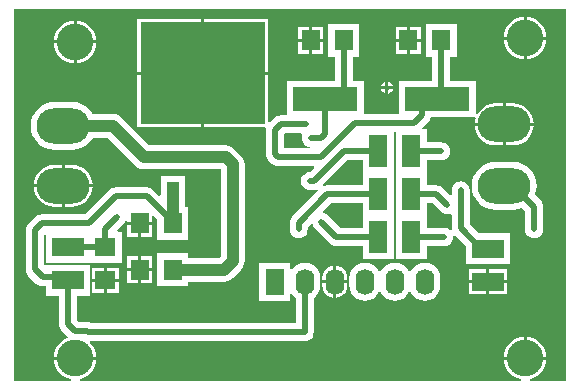
<source format=gbl>
G04*
G04 #@! TF.GenerationSoftware,Altium Limited,Altium Designer,19.0.12 (326)*
G04*
G04 Layer_Physical_Order=2*
G04 Layer_Color=16711680*
%FSLAX25Y25*%
%MOIN*%
G70*
G01*
G75*
%ADD26C,0.02000*%
%ADD27O,0.06299X0.08661*%
%ADD28R,0.06299X0.08661*%
%ADD29C,0.02000*%
%ADD30C,0.12205*%
%ADD31R,0.41732X0.33858*%
%ADD32R,0.03937X0.08268*%
%ADD33O,0.17717X0.11811*%
%ADD34R,0.21654X0.07874*%
%ADD35R,0.06299X0.10630*%
%ADD36R,0.06299X0.07087*%
%ADD37R,0.10630X0.06299*%
%ADD38R,0.07087X0.06299*%
%ADD39C,0.04000*%
G36*
X276974Y373026D02*
X265051D01*
X264976Y373526D01*
X266231Y373906D01*
X267465Y374566D01*
X268546Y375454D01*
X269434Y376535D01*
X270093Y377769D01*
X270500Y379108D01*
X270587Y380000D01*
X256413D01*
X256500Y379108D01*
X256907Y377769D01*
X257566Y376535D01*
X258454Y375454D01*
X259535Y374566D01*
X260769Y373906D01*
X262024Y373526D01*
X261949Y373026D01*
X115050D01*
X114976Y373526D01*
X116231Y373906D01*
X117465Y374566D01*
X118546Y375454D01*
X119434Y376535D01*
X120094Y377769D01*
X120500Y379108D01*
X120588Y380000D01*
X106412D01*
X106500Y379108D01*
X106906Y377769D01*
X107566Y376535D01*
X108454Y375454D01*
X109535Y374566D01*
X110769Y373906D01*
X112024Y373526D01*
X111950Y373026D01*
X93026D01*
Y496974D01*
X276974D01*
Y373026D01*
D02*
G37*
%LPC*%
G36*
X264000Y494287D02*
Y487700D01*
X270587D01*
X270500Y488592D01*
X270093Y489931D01*
X269434Y491165D01*
X268546Y492246D01*
X267465Y493134D01*
X266231Y493793D01*
X264892Y494200D01*
X264000Y494287D01*
D02*
G37*
G36*
X263000D02*
X262108Y494200D01*
X260769Y493793D01*
X259535Y493134D01*
X258454Y492246D01*
X257566Y491165D01*
X256907Y489931D01*
X256500Y488592D01*
X256413Y487700D01*
X263000D01*
Y494287D01*
D02*
G37*
G36*
X228638Y491043D02*
X224988D01*
Y487000D01*
X228638D01*
Y491043D01*
D02*
G37*
G36*
X196138D02*
X192488D01*
Y487000D01*
X196138D01*
Y491043D01*
D02*
G37*
G36*
X223988D02*
X220339D01*
Y487000D01*
X223988D01*
Y491043D01*
D02*
G37*
G36*
X191488D02*
X187839D01*
Y487000D01*
X191488D01*
Y491043D01*
D02*
G37*
G36*
X114000Y493058D02*
Y486471D01*
X120588D01*
X120500Y487363D01*
X120094Y488702D01*
X119434Y489936D01*
X118546Y491017D01*
X117465Y491905D01*
X116231Y492564D01*
X114892Y492971D01*
X114000Y493058D01*
D02*
G37*
G36*
X113000D02*
X112108Y492971D01*
X110769Y492564D01*
X109535Y491905D01*
X108454Y491017D01*
X107566Y489936D01*
X106906Y488702D01*
X106500Y487363D01*
X106412Y486471D01*
X113000D01*
Y493058D01*
D02*
G37*
G36*
X228638Y486000D02*
X224988D01*
Y481957D01*
X228638D01*
Y486000D01*
D02*
G37*
G36*
X223988D02*
X220339D01*
Y481957D01*
X223988D01*
Y486000D01*
D02*
G37*
G36*
X196138D02*
X192488D01*
Y481957D01*
X196138D01*
Y486000D01*
D02*
G37*
G36*
X191488D02*
X187839D01*
Y481957D01*
X191488D01*
Y486000D01*
D02*
G37*
G36*
X270587Y486700D02*
X264000D01*
Y480113D01*
X264892Y480200D01*
X266231Y480607D01*
X267465Y481266D01*
X268546Y482154D01*
X269434Y483235D01*
X270093Y484469D01*
X270500Y485808D01*
X270587Y486700D01*
D02*
G37*
G36*
X263000D02*
X256413D01*
X256500Y485808D01*
X256907Y484469D01*
X257566Y483235D01*
X258454Y482154D01*
X259535Y481266D01*
X260769Y480607D01*
X262108Y480200D01*
X263000Y480113D01*
Y486700D01*
D02*
G37*
G36*
X120588Y485471D02*
X114000D01*
Y478884D01*
X114892Y478971D01*
X116231Y479378D01*
X117465Y480037D01*
X118546Y480925D01*
X119434Y482006D01*
X120094Y483240D01*
X120500Y484579D01*
X120588Y485471D01*
D02*
G37*
G36*
X113000D02*
X106412D01*
X106500Y484579D01*
X106906Y483240D01*
X107566Y482006D01*
X108454Y480925D01*
X109535Y480037D01*
X110769Y479378D01*
X112108Y478971D01*
X113000Y478884D01*
Y485471D01*
D02*
G37*
G36*
X177866Y493429D02*
X156500D01*
Y476000D01*
X177866D01*
Y493429D01*
D02*
G37*
G36*
X155500D02*
X134134D01*
Y476000D01*
X155500D01*
Y493429D01*
D02*
G37*
G36*
X217903Y472603D02*
Y471163D01*
X219343D01*
X219287Y471443D01*
X218845Y472105D01*
X218183Y472547D01*
X217903Y472603D01*
D02*
G37*
G36*
X216903D02*
X216623Y472547D01*
X215961Y472105D01*
X215519Y471443D01*
X215463Y471163D01*
X216903D01*
Y472603D01*
D02*
G37*
G36*
X219343Y470163D02*
X217903D01*
Y468723D01*
X218183Y468779D01*
X218845Y469221D01*
X219287Y469882D01*
X219343Y470163D01*
D02*
G37*
G36*
X216903D02*
X215463D01*
X215519Y469882D01*
X215961Y469221D01*
X216623Y468779D01*
X216903Y468723D01*
Y470163D01*
D02*
G37*
G36*
X240661Y492043D02*
X230362D01*
Y480957D01*
X232486D01*
Y472937D01*
X221374D01*
Y461841D01*
X209626D01*
Y472937D01*
X206038D01*
Y480957D01*
X208161D01*
Y492043D01*
X197862D01*
Y480957D01*
X199986D01*
Y472937D01*
X183973D01*
Y461526D01*
X182038D01*
X181255Y461423D01*
X180525Y461121D01*
X179898Y460640D01*
X178328Y459070D01*
X177866Y459261D01*
Y475000D01*
X156500D01*
Y457571D01*
X176732D01*
X177054Y457071D01*
X176974Y456462D01*
Y448672D01*
X177077Y447888D01*
X177380Y447159D01*
X177860Y446532D01*
X179032Y445360D01*
X179032Y445360D01*
X179659Y444879D01*
X180388Y444577D01*
X181172Y444474D01*
X193030D01*
X193221Y444012D01*
X191839Y442630D01*
X191776D01*
X190992Y442527D01*
X190263Y442225D01*
X189636Y441744D01*
X189155Y441117D01*
X188853Y440387D01*
X188750Y439604D01*
X188853Y438821D01*
X189155Y438091D01*
X189636Y437464D01*
X190263Y436983D01*
X190992Y436681D01*
X191776Y436578D01*
X193092D01*
X193875Y436681D01*
X194299Y436857D01*
X194583Y436433D01*
X185860Y427711D01*
X185380Y427084D01*
X185077Y426354D01*
X184974Y425571D01*
Y423500D01*
X185077Y422717D01*
X185380Y421987D01*
X185860Y421360D01*
X186487Y420880D01*
X187217Y420577D01*
X188000Y420474D01*
X188783Y420577D01*
X189513Y420880D01*
X190140Y421360D01*
X190621Y421987D01*
X190923Y422717D01*
X191026Y423500D01*
Y424318D01*
X192102Y425393D01*
X192246Y425345D01*
X192593Y425178D01*
X192879Y424487D01*
X193360Y423860D01*
X198360Y418860D01*
X198987Y418379D01*
X199717Y418077D01*
X200500Y417974D01*
X200500Y417974D01*
X209339D01*
Y413685D01*
X219638D01*
Y427825D01*
Y442185D01*
Y455789D01*
X220362D01*
Y442185D01*
Y427825D01*
Y413685D01*
X230661D01*
Y417974D01*
X236500D01*
X237283Y418077D01*
X238013Y418379D01*
X238640Y418860D01*
X239121Y419487D01*
X239423Y420217D01*
X239526Y421000D01*
X239474Y421397D01*
X239597Y421496D01*
X239949Y421618D01*
X243685Y417882D01*
Y411862D01*
X258315D01*
Y422161D01*
X247964D01*
X245026Y425100D01*
Y436500D01*
X244923Y437283D01*
X244620Y438013D01*
X244140Y438640D01*
X243513Y439120D01*
X242783Y439423D01*
X242000Y439526D01*
X241217Y439423D01*
X240487Y439120D01*
X239860Y438640D01*
X239380Y438013D01*
X239077Y437283D01*
X238974Y436500D01*
Y434958D01*
X238512Y434767D01*
X236000Y437279D01*
X235373Y437760D01*
X234643Y438063D01*
X233860Y438166D01*
X230661D01*
Y442185D01*
Y446474D01*
X235500D01*
X236283Y446577D01*
X237013Y446879D01*
X237640Y447360D01*
X238121Y447987D01*
X238423Y448717D01*
X238526Y449500D01*
X238423Y450283D01*
X238121Y451013D01*
X237640Y451640D01*
X237013Y452120D01*
X236283Y452423D01*
X235500Y452526D01*
X230661D01*
Y456815D01*
X229247D01*
X229056Y457277D01*
X231140Y459360D01*
X231621Y459987D01*
X231923Y460717D01*
X231968Y461063D01*
X246586D01*
X246957Y460563D01*
X246742Y459854D01*
X246658Y459000D01*
X256000D01*
Y465439D01*
X253547D01*
X252193Y465306D01*
X250892Y464911D01*
X249692Y464269D01*
X248641Y463407D01*
X247778Y462355D01*
X247528Y461887D01*
X247028Y462012D01*
Y472937D01*
X238538D01*
Y480957D01*
X240661D01*
Y492043D01*
D02*
G37*
G36*
X259453Y465439D02*
X257000D01*
Y459000D01*
X266342D01*
X266258Y459854D01*
X265863Y461155D01*
X265222Y462355D01*
X264359Y463407D01*
X263308Y464269D01*
X262108Y464911D01*
X260806Y465306D01*
X259453Y465439D01*
D02*
G37*
G36*
X155500Y475000D02*
X134134D01*
Y457571D01*
X155500D01*
Y475000D01*
D02*
G37*
G36*
X266342Y458000D02*
X257000D01*
Y451561D01*
X259453D01*
X260806Y451694D01*
X262108Y452089D01*
X263308Y452731D01*
X264359Y453593D01*
X265222Y454645D01*
X265863Y455845D01*
X266258Y457146D01*
X266342Y458000D01*
D02*
G37*
G36*
X256000D02*
X246658D01*
X246742Y457146D01*
X247136Y455845D01*
X247778Y454645D01*
X248641Y453593D01*
X249692Y452731D01*
X250892Y452089D01*
X252193Y451694D01*
X253547Y451561D01*
X256000D01*
Y458000D01*
D02*
G37*
G36*
X112453Y444939D02*
X110000D01*
Y438500D01*
X119342D01*
X119258Y439354D01*
X118863Y440655D01*
X118222Y441855D01*
X117359Y442907D01*
X116308Y443770D01*
X115108Y444411D01*
X113806Y444806D01*
X112453Y444939D01*
D02*
G37*
G36*
X109000D02*
X106547D01*
X105193Y444806D01*
X103892Y444411D01*
X102692Y443770D01*
X101641Y442907D01*
X100778Y441855D01*
X100136Y440655D01*
X99742Y439354D01*
X99658Y438500D01*
X109000D01*
Y444939D01*
D02*
G37*
G36*
X149969Y441280D02*
X142032D01*
Y435647D01*
X141965Y435146D01*
X141971Y435101D01*
Y434867D01*
X141509Y434675D01*
X139545Y436640D01*
X138918Y437120D01*
X138189Y437423D01*
X137406Y437526D01*
X127000D01*
X126217Y437423D01*
X125487Y437120D01*
X124860Y436640D01*
X116747Y428526D01*
X102291D01*
X101508Y428423D01*
X100778Y428121D01*
X100152Y427640D01*
X100152Y427640D01*
X97860Y425348D01*
X97379Y424722D01*
X97077Y423992D01*
X96974Y423209D01*
Y410185D01*
X97077Y409402D01*
X97379Y408672D01*
X97860Y408045D01*
X100545Y405360D01*
X101172Y404880D01*
X101902Y404577D01*
X102685Y404474D01*
X103685D01*
Y401339D01*
X107974D01*
Y392000D01*
X108077Y391217D01*
X108379Y390487D01*
X108860Y389860D01*
X111027Y387694D01*
X110885Y387129D01*
X110769Y387093D01*
X109535Y386434D01*
X108454Y385546D01*
X107566Y384465D01*
X106906Y383231D01*
X106500Y381892D01*
X106412Y381000D01*
X120588D01*
X120500Y381892D01*
X120094Y383231D01*
X119434Y384465D01*
X118546Y385546D01*
X118390Y385675D01*
X118558Y386146D01*
X190000D01*
X190783Y386249D01*
X191513Y386551D01*
X192140Y387032D01*
X192621Y387659D01*
X192923Y388388D01*
X193026Y389172D01*
Y400650D01*
X193673Y401146D01*
X194498Y402222D01*
X195017Y403475D01*
X195194Y404819D01*
Y407181D01*
X195017Y408525D01*
X194498Y409778D01*
X193673Y410854D01*
X192597Y411679D01*
X191344Y412198D01*
X190000Y412375D01*
X188656Y412198D01*
X187403Y411679D01*
X186327Y410854D01*
X185650Y409971D01*
X185150Y410140D01*
Y412331D01*
X174850D01*
Y399669D01*
X185150D01*
Y401860D01*
X185650Y402029D01*
X186327Y401146D01*
X186974Y400650D01*
Y392197D01*
X118816D01*
X118783Y392223D01*
X118053Y392525D01*
X117270Y392628D01*
X114651D01*
X114026Y393253D01*
Y401339D01*
X118315D01*
Y411638D01*
X103685D01*
Y411638D01*
X103185Y411579D01*
X103026Y411697D01*
Y421639D01*
X103185Y421749D01*
X103685Y421486D01*
Y412362D01*
X129043D01*
Y422661D01*
X127594D01*
X127403Y423123D01*
X129640Y425360D01*
X129640Y425360D01*
X130121Y425987D01*
X130339Y426514D01*
X130839Y426414D01*
Y426000D01*
X134988D01*
X139138D01*
Y427835D01*
X139600Y428026D01*
X140862Y426764D01*
Y419957D01*
X151161D01*
Y431043D01*
X150040D01*
Y435140D01*
X150040Y435140D01*
X149969Y435686D01*
Y441280D01*
D02*
G37*
G36*
X119342Y437500D02*
X110000D01*
Y431061D01*
X112453D01*
X113806Y431194D01*
X115108Y431589D01*
X116308Y432231D01*
X117359Y433093D01*
X118222Y434145D01*
X118863Y435345D01*
X119258Y436646D01*
X119342Y437500D01*
D02*
G37*
G36*
X109000D02*
X99658D01*
X99742Y436646D01*
X100136Y435345D01*
X100778Y434145D01*
X101641Y433093D01*
X102692Y432231D01*
X103892Y431589D01*
X105193Y431194D01*
X106547Y431061D01*
X109000D01*
Y437500D01*
D02*
G37*
G36*
X139138Y425000D02*
X135488D01*
Y420957D01*
X139138D01*
Y425000D01*
D02*
G37*
G36*
X134488D02*
X130839D01*
Y420957D01*
X134488D01*
Y425000D01*
D02*
G37*
G36*
X259453Y445944D02*
X253547D01*
X251997Y445791D01*
X250507Y445339D01*
X249134Y444605D01*
X247930Y443617D01*
X246942Y442413D01*
X246208Y441040D01*
X245756Y439550D01*
X245603Y438000D01*
X245756Y436450D01*
X246208Y434960D01*
X246942Y433587D01*
X247930Y432383D01*
X249134Y431395D01*
X250507Y430661D01*
X251997Y430209D01*
X253547Y430056D01*
X259453D01*
X261002Y430209D01*
X262493Y430661D01*
X262506Y430668D01*
X263474Y429699D01*
Y423500D01*
X263577Y422717D01*
X263879Y421987D01*
X264360Y421360D01*
X264987Y420880D01*
X265717Y420577D01*
X266500Y420474D01*
X267283Y420577D01*
X268013Y420880D01*
X268640Y421360D01*
X269121Y421987D01*
X269423Y422717D01*
X269526Y423500D01*
Y430953D01*
X269423Y431736D01*
X269121Y432466D01*
X268640Y433092D01*
X266785Y434947D01*
X266792Y434960D01*
X267244Y436450D01*
X267396Y438000D01*
X267244Y439550D01*
X266792Y441040D01*
X266058Y442413D01*
X265070Y443617D01*
X263866Y444605D01*
X262493Y445339D01*
X261002Y445791D01*
X259453Y445944D01*
D02*
G37*
G36*
X112453Y465944D02*
X106547D01*
X104998Y465791D01*
X103507Y465339D01*
X102134Y464605D01*
X100930Y463617D01*
X99942Y462413D01*
X99208Y461040D01*
X98756Y459550D01*
X98603Y458000D01*
X98756Y456450D01*
X99208Y454960D01*
X99942Y453587D01*
X100930Y452383D01*
X102134Y451395D01*
X103507Y450661D01*
X104998Y450209D01*
X106547Y450056D01*
X112453D01*
X114003Y450209D01*
X115493Y450661D01*
X116866Y451395D01*
X118070Y452383D01*
X119058Y453587D01*
X119260Y453966D01*
X124329D01*
X133647Y444647D01*
X133647Y444647D01*
X134483Y444006D01*
X135456Y443603D01*
X136500Y443466D01*
X161966D01*
Y435146D01*
Y414514D01*
X161486Y414035D01*
X151161D01*
Y415543D01*
X140862D01*
Y404457D01*
X151161D01*
Y405966D01*
X163157D01*
X163157Y405966D01*
X164201Y406103D01*
X165174Y406506D01*
X166010Y407147D01*
X168853Y409990D01*
X169494Y410826D01*
X169897Y411799D01*
X170035Y412843D01*
Y435146D01*
Y445157D01*
X169897Y446201D01*
X169494Y447174D01*
X168853Y448010D01*
X168853Y448010D01*
X166510Y450353D01*
X165674Y450994D01*
X164701Y451397D01*
X163657Y451535D01*
X163657Y451535D01*
X138171D01*
X128853Y460853D01*
X128017Y461494D01*
X127044Y461897D01*
X126000Y462035D01*
X126000Y462035D01*
X119260D01*
X119058Y462413D01*
X118070Y463617D01*
X116866Y464605D01*
X115493Y465339D01*
X114003Y465791D01*
X112453Y465944D01*
D02*
G37*
G36*
X139138Y414543D02*
X135488D01*
Y410500D01*
X139138D01*
Y414543D01*
D02*
G37*
G36*
X134488D02*
X130839D01*
Y410500D01*
X134488D01*
Y414543D01*
D02*
G37*
G36*
X230000Y412375D02*
X228656Y412198D01*
X227403Y411679D01*
X226327Y410854D01*
X225502Y409778D01*
X225250Y409170D01*
X224750D01*
X224498Y409778D01*
X223673Y410854D01*
X222597Y411679D01*
X221344Y412198D01*
X220000Y412375D01*
X218656Y412198D01*
X217403Y411679D01*
X216327Y410854D01*
X215502Y409778D01*
X215250Y409170D01*
X214750D01*
X214498Y409778D01*
X213673Y410854D01*
X212597Y411679D01*
X211344Y412198D01*
X210000Y412375D01*
X208656Y412198D01*
X207403Y411679D01*
X206327Y410854D01*
X205502Y409778D01*
X204983Y408525D01*
X204806Y407181D01*
Y404819D01*
X204983Y403475D01*
X205502Y402222D01*
X206327Y401146D01*
X207403Y400321D01*
X208656Y399802D01*
X210000Y399625D01*
X211344Y399802D01*
X212597Y400321D01*
X213673Y401146D01*
X214498Y402222D01*
X214750Y402830D01*
X215250D01*
X215502Y402222D01*
X216327Y401146D01*
X217403Y400321D01*
X218656Y399802D01*
X220000Y399625D01*
X221344Y399802D01*
X222597Y400321D01*
X223673Y401146D01*
X224498Y402222D01*
X224750Y402830D01*
X225250D01*
X225502Y402222D01*
X226327Y401146D01*
X227403Y400321D01*
X228656Y399802D01*
X230000Y399625D01*
X231344Y399802D01*
X232597Y400321D01*
X233673Y401146D01*
X234498Y402222D01*
X235017Y403475D01*
X235194Y404819D01*
Y407181D01*
X235017Y408525D01*
X234498Y409778D01*
X233673Y410854D01*
X232597Y411679D01*
X231344Y412198D01*
X230000Y412375D01*
D02*
G37*
G36*
X128043Y410638D02*
X124000D01*
Y406988D01*
X128043D01*
Y410638D01*
D02*
G37*
G36*
X123000D02*
X118957D01*
Y406988D01*
X123000D01*
Y410638D01*
D02*
G37*
G36*
X200500Y411301D02*
Y406500D01*
X204185D01*
Y407181D01*
X204043Y408264D01*
X203625Y409274D01*
X202959Y410141D01*
X202093Y410806D01*
X201083Y411224D01*
X200500Y411301D01*
D02*
G37*
G36*
X199500D02*
X198917Y411224D01*
X197907Y410806D01*
X197040Y410141D01*
X196375Y409274D01*
X195957Y408264D01*
X195815Y407181D01*
Y406500D01*
X199500D01*
Y411301D01*
D02*
G37*
G36*
X257315Y410138D02*
X251500D01*
Y406488D01*
X257315D01*
Y410138D01*
D02*
G37*
G36*
X250500D02*
X244685D01*
Y406488D01*
X250500D01*
Y410138D01*
D02*
G37*
G36*
X139138Y409500D02*
X135488D01*
Y405457D01*
X139138D01*
Y409500D01*
D02*
G37*
G36*
X134488D02*
X130839D01*
Y405457D01*
X134488D01*
Y409500D01*
D02*
G37*
G36*
X128043Y405988D02*
X124000D01*
Y402339D01*
X128043D01*
Y405988D01*
D02*
G37*
G36*
X123000D02*
X118957D01*
Y402339D01*
X123000D01*
Y405988D01*
D02*
G37*
G36*
X257315Y405488D02*
X251500D01*
Y401839D01*
X257315D01*
Y405488D01*
D02*
G37*
G36*
X250500D02*
X244685D01*
Y401839D01*
X250500D01*
Y405488D01*
D02*
G37*
G36*
X204185Y405500D02*
X200500D01*
Y400699D01*
X201083Y400776D01*
X202093Y401194D01*
X202959Y401859D01*
X203625Y402726D01*
X204043Y403736D01*
X204185Y404819D01*
Y405500D01*
D02*
G37*
G36*
X199500D02*
X195815D01*
Y404819D01*
X195957Y403736D01*
X196375Y402726D01*
X197040Y401859D01*
X197907Y401194D01*
X198917Y400776D01*
X199500Y400699D01*
Y405500D01*
D02*
G37*
G36*
X264000Y387587D02*
Y381000D01*
X270587D01*
X270500Y381892D01*
X270093Y383231D01*
X269434Y384465D01*
X268546Y385546D01*
X267465Y386434D01*
X266231Y387093D01*
X264892Y387500D01*
X264000Y387587D01*
D02*
G37*
G36*
X263000D02*
X262108Y387500D01*
X260769Y387093D01*
X259535Y386434D01*
X258454Y385546D01*
X257566Y384465D01*
X256907Y383231D01*
X256500Y381892D01*
X256413Y381000D01*
X263000D01*
Y387587D01*
D02*
G37*
%LPD*%
G36*
X189191Y455058D02*
X189077Y454783D01*
X188974Y454000D01*
X189077Y453217D01*
X189380Y452487D01*
X189860Y451860D01*
X190487Y451379D01*
X191217Y451077D01*
X191607Y451026D01*
X191574Y450526D01*
X183026D01*
Y455209D01*
X183291Y455474D01*
X188913D01*
X189191Y455058D01*
D02*
G37*
G36*
X209339Y442185D02*
Y438166D01*
X197569D01*
X197569Y438166D01*
X196785Y438063D01*
X196361Y437887D01*
X196078Y438311D01*
X204242Y446474D01*
X209339D01*
Y442185D01*
D02*
G37*
G36*
Y427825D02*
Y424026D01*
X201753D01*
X197640Y428140D01*
X197013Y428620D01*
X196322Y428907D01*
X196156Y429254D01*
X196107Y429398D01*
X198822Y432114D01*
X209339D01*
Y427825D01*
D02*
G37*
G36*
X235360Y429360D02*
X235987Y428879D01*
X236717Y428577D01*
X237108Y428526D01*
X237500Y428474D01*
X237892Y428526D01*
X238283Y428577D01*
X238474Y428656D01*
X238974Y428322D01*
Y423846D01*
X239026Y423450D01*
X238856Y423313D01*
X238554Y423205D01*
X238013Y423621D01*
X237283Y423923D01*
X236500Y424026D01*
X230661D01*
Y427825D01*
Y432114D01*
X232607D01*
X235360Y429360D01*
D02*
G37*
D26*
X117701Y389172D02*
X190000D01*
X117270Y389602D02*
X117701Y389172D01*
X113398Y389602D02*
X117270D01*
X111000Y392000D02*
X113398Y389602D01*
X102291Y425500D02*
X118000D01*
X100000Y423209D02*
X102291Y425500D01*
X100000Y410185D02*
Y423209D01*
Y410185D02*
X102685Y407500D01*
X118000Y425500D02*
X127000Y434500D01*
X137406D01*
X123500Y423500D02*
X127500Y427500D01*
X123500Y417512D02*
Y423500D01*
X146006Y425900D02*
X146012Y425894D01*
X137406Y434500D02*
X146006Y425900D01*
X102685Y407500D02*
X109988D01*
X111000Y406488D01*
X146012Y425500D02*
Y425894D01*
X111000Y417512D02*
X123500D01*
X190000Y389172D02*
Y406000D01*
X111000Y392000D02*
Y406488D01*
X266500Y423500D02*
Y430953D01*
X259453Y438000D02*
X266500Y430953D01*
X256500Y438000D02*
X259453D01*
X242000Y423846D02*
X248835Y417012D01*
X242000Y423846D02*
Y436500D01*
X248835Y417012D02*
X251000D01*
X192000Y454000D02*
X195500D01*
X180000Y456462D02*
X182038Y458500D01*
X180000Y448672D02*
Y456462D01*
X196799Y455299D02*
Y467000D01*
X195500Y454000D02*
X196799Y455299D01*
X206646Y458815D02*
X226315D01*
X195331Y447500D02*
X206646Y458815D01*
X181172Y447500D02*
X195331D01*
X182038Y458500D02*
X190500D01*
X180000Y448672D02*
X181172Y447500D01*
X226315Y458815D02*
X229000Y461500D01*
Y464063D01*
X231937Y467000D01*
X234201D01*
X235512Y468311D02*
Y486500D01*
X234201Y467000D02*
X235512Y468311D01*
X200075Y467000D02*
X203012Y469937D01*
X196799Y467000D02*
X200075D01*
X203012Y469937D02*
Y486500D01*
X197569Y435140D02*
X214488D01*
X188000Y425571D02*
X197569Y435140D01*
X188000Y423500D02*
Y425571D01*
X191776Y439604D02*
X193092D01*
X202988Y449500D01*
X195500Y426000D02*
X200500Y421000D01*
X202988Y449500D02*
X214488D01*
X200500Y421000D02*
X214488D01*
X225512D02*
X236500D01*
X233860Y435140D02*
X237500Y431500D01*
X225512Y435140D02*
X233860D01*
X225512Y449500D02*
X235500D01*
D27*
X230000Y406000D02*
D03*
X220000D02*
D03*
X210000D02*
D03*
X200000D02*
D03*
X190000D02*
D03*
D28*
X180000D02*
D03*
D29*
X217403Y470663D02*
D03*
X127500Y427500D02*
D03*
X266500Y423500D02*
D03*
X242000Y436500D02*
D03*
X192000Y454000D02*
D03*
X190500Y458500D02*
D03*
X191776Y439604D02*
D03*
X195500Y426000D02*
D03*
X188000Y423500D02*
D03*
X236500Y421000D02*
D03*
X237500Y431500D02*
D03*
X235500Y449500D02*
D03*
D30*
X113500Y485971D02*
D03*
Y380500D02*
D03*
X263500D02*
D03*
Y487200D02*
D03*
D31*
X156000Y475500D02*
D03*
D32*
X146000Y435146D02*
D03*
X166000D02*
D03*
D33*
X256500Y458500D02*
D03*
Y438000D02*
D03*
X109500Y458000D02*
D03*
Y438000D02*
D03*
D34*
X234201Y467000D02*
D03*
X196799D02*
D03*
D35*
X214488Y435140D02*
D03*
X225512D02*
D03*
X214488Y449500D02*
D03*
X225512D02*
D03*
X214488Y421000D02*
D03*
X225512D02*
D03*
D36*
X146012Y425500D02*
D03*
X134988D02*
D03*
X146012Y410000D02*
D03*
X134988D02*
D03*
X203012Y486500D02*
D03*
X191988D02*
D03*
X235512D02*
D03*
X224488D02*
D03*
D37*
X251000Y417012D02*
D03*
Y405988D02*
D03*
X111000Y406488D02*
D03*
Y417512D02*
D03*
D38*
X123500D02*
D03*
Y406488D02*
D03*
D39*
X146006Y425900D02*
Y435140D01*
X146012Y410000D02*
X163157D01*
X136500Y447500D02*
X163657D01*
X126000Y458000D02*
X136500Y447500D01*
X166000Y435146D02*
Y445157D01*
X163657Y447500D02*
X166000Y445157D01*
X109500Y458000D02*
X126000D01*
X163157Y410000D02*
X166000Y412843D01*
Y435146D01*
X146000D02*
X146006Y435140D01*
M02*

</source>
